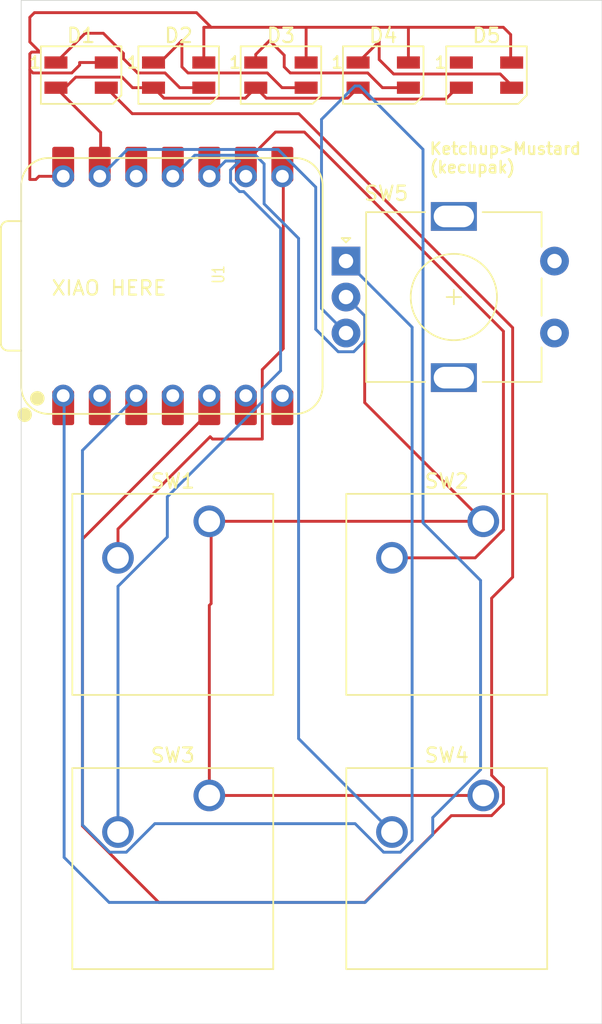
<source format=kicad_pcb>
(kicad_pcb (version 20241229) (generator "pcbnew") (generator_version "9.0")
  (layers (0 "F.Cu" signal) (2 "B.Cu" signal) (13 "F.Paste" user) (15 "B.Paste" user) (5 "F.SilkS" user "F.Silkscreen") (7 "B.SilkS" user "B.Silkscreen") (1 "F.Mask" user) (3 "B.Mask" user) (25 "Edge.Cuts" user))
  (net 0 "")
  (net 1 "Net-(D1-DIN)")
  (net 2 "Net-(D1-DOUT)")
  (net 3 "+5V")
  (net 4 "GND")
  (net 5 "Net-(D2-DOUT)")
  (net 6 "Net-(D3-DOUT)")
  (net 7 "Net-(D4-DOUT)")
  (net 9 "Net-(U1-GPIO1{slash}RX)")
  (net 10 "Net-(U1-GPIO2{slash}SCK)")
  (net 11 "Net-(U1-GPIO4{slash}MISO)")
  (net 12 "Net-(U1-GPIO3{slash}MOSI)")
  (net 13 "Net-(U1-GPIO28{slash}ADC2{slash}A2)")
  (net 14 "Net-(U1-GPIO26{slash}ADC0{slash}A0)")
  (footprint "Button_Switch_Keyboard:SW_Cherry_MX_1.00u_PCB" (layer "F.Cu") (at 145.415 99.695)
    (property "Reference" "SW4" (at -2.54 -2.794 0) (layer "F.SilkS"))
    (property "Value" "SW_Push")
    (fp_line (start -9.525 -1.905) (end 4.445 -1.905) (stroke (width 0.12)) (layer "F.SilkS"))
    (fp_line (start -9.525 12.065) (end -9.525 -1.905) (stroke (width 0.12)) (layer "F.SilkS"))
    (fp_line (start 4.445 -1.905) (end 4.445 12.065) (stroke (width 0.12)) (layer "F.SilkS"))
    (fp_line (start 4.445 12.065) (end -9.525 12.065) (stroke (width 0.12)) (layer "F.SilkS"))
    (pad "" np_thru_hole circle (at -7.62 5.08) (size 1.7 1.7) (drill 1.7) (layers "*.Cu" "*.Mask"))
    (pad "" np_thru_hole circle (at -2.54 5.08) (size 4 4) (drill 4) (layers "*.Cu" "*.Mask"))
    (pad "" np_thru_hole circle (at 2.54 5.08) (size 1.7 1.7) (drill 1.7) (layers "*.Cu" "*.Mask"))
    (pad "1" thru_hole circle (at 0 0) (size 2.2 2.2) (drill 1.5) (layers "*.Cu" "*.Mask") (net 4 "GND"))
    (pad "2" thru_hole circle (at -6.35 2.54) (size 2.2 2.2) (drill 1.5) (layers "*.Cu" "*.Mask") (net 12 "Net-(U1-GPIO3{slash}MOSI)"))
  )
  (footprint "LED_SMD:LED_SK6812MINI_PLCC4_3.5x3.5mm_P1.75mm" (layer "F.Cu") (at 138.458 49.643)
    (property "Reference" "D4" (at 0 -2.75 0) (layer "F.SilkS"))
    (property "Value" "SK6812MINI")
    (fp_line (start -2.8 -2) (end -2.8 2) (stroke (width 0.12)) (layer "F.SilkS"))
    (fp_line (start -2.8 -2) (end 2.8 -2) (stroke (width 0.12)) (layer "F.SilkS"))
    (fp_line (start -2.8 2) (end 2.2 2) (stroke (width 0.12)) (layer "F.SilkS"))
    (fp_line (start 2.8 1.4) (end 2.2 2) (stroke (width 0.12)) (layer "F.SilkS"))
    (fp_line (start 2.8 1.4) (end 2.8 -2) (stroke (width 0.12)) (layer "F.SilkS"))
    (fp_text user "1" (at -3.2 -0.875 0) (layer "F.SilkS") (effects (font (size 0.8 0.8))))
    (pad "1" smd rect (at -1.75 -0.875) (size 1.6 0.85) (layers "F.Cu" "F.Mask" "F.Paste") (net 7 "Net-(D4-DOUT)"))
    (pad "2" smd rect (at -1.75 0.875) (size 1.6 0.85) (layers "F.Cu" "F.Mask" "F.Paste") (net 4 "GND"))
    (pad "3" smd rect (at 1.75 0.875) (size 1.6 0.85) (layers "F.Cu" "F.Mask" "F.Paste") (net 6 "Net-(D3-DOUT)"))
    (pad "4" smd rect (at 1.75 -0.875) (size 1.6 0.85) (layers "F.Cu" "F.Mask" "F.Paste") (net 3 "+5V"))
  )
  (footprint "Button_Switch_Keyboard:SW_Cherry_MX_1.00u_PCB" (layer "F.Cu") (at 126.365 80.645)
    (property "Reference" "SW1" (at -2.54 -2.794 0) (layer "F.SilkS"))
    (property "Value" "SW_Push")
    (fp_line (start -9.525 -1.905) (end 4.445 -1.905) (stroke (width 0.12)) (layer "F.SilkS"))
    (fp_line (start -9.525 12.065) (end -9.525 -1.905) (stroke (width 0.12)) (layer "F.SilkS"))
    (fp_line (start 4.445 -1.905) (end 4.445 12.065) (stroke (width 0.12)) (layer "F.SilkS"))
    (fp_line (start 4.445 12.065) (end -9.525 12.065) (stroke (width 0.12)) (layer "F.SilkS"))
    (pad "" np_thru_hole circle (at -7.62 5.08) (size 1.7 1.7) (drill 1.7) (layers "*.Cu" "*.Mask"))
    (pad "" np_thru_hole circle (at -2.54 5.08) (size 4 4) (drill 4) (layers "*.Cu" "*.Mask"))
    (pad "" np_thru_hole circle (at 2.54 5.08) (size 1.7 1.7) (drill 1.7) (layers "*.Cu" "*.Mask"))
    (pad "1" thru_hole circle (at 0 0) (size 2.2 2.2) (drill 1.5) (layers "*.Cu" "*.Mask") (net 4 "GND"))
    (pad "2" thru_hole circle (at -6.35 2.54) (size 2.2 2.2) (drill 1.5) (layers "*.Cu" "*.Mask") (net 9 "Net-(U1-GPIO1{slash}RX)"))
  )
  (footprint "LED_SMD:LED_SK6812MINI_PLCC4_3.5x3.5mm_P1.75mm" (layer "F.Cu") (at 124.234 49.643)
    (property "Reference" "D2" (at 0 -2.75 0) (layer "F.SilkS"))
    (property "Value" "SK6812MINI")
    (fp_line (start -2.8 -2) (end -2.8 2) (stroke (width 0.12)) (layer "F.SilkS"))
    (fp_line (start -2.8 -2) (end 2.8 -2) (stroke (width 0.12)) (layer "F.SilkS"))
    (fp_line (start -2.8 2) (end 2.2 2) (stroke (width 0.12)) (layer "F.SilkS"))
    (fp_line (start 2.8 1.4) (end 2.2 2) (stroke (width 0.12)) (layer "F.SilkS"))
    (fp_line (start 2.8 1.4) (end 2.8 -2) (stroke (width 0.12)) (layer "F.SilkS"))
    (fp_text user "1" (at -3.2 -0.875 0) (layer "F.SilkS") (effects (font (size 0.8 0.8))))
    (pad "1" smd rect (at -1.75 -0.875) (size 1.6 0.85) (layers "F.Cu" "F.Mask" "F.Paste") (net 5 "Net-(D2-DOUT)"))
    (pad "2" smd rect (at -1.75 0.875) (size 1.6 0.85) (layers "F.Cu" "F.Mask" "F.Paste") (net 4 "GND"))
    (pad "3" smd rect (at 1.75 0.875) (size 1.6 0.85) (layers "F.Cu" "F.Mask" "F.Paste") (net 2 "Net-(D1-DOUT)"))
    (pad "4" smd rect (at 1.75 -0.875) (size 1.6 0.85) (layers "F.Cu" "F.Mask" "F.Paste") (net 3 "+5V"))
  )
  (footprint "LED_SMD:LED_SK6812MINI_PLCC4_3.5x3.5mm_P1.75mm" (layer "F.Cu") (at 117.45 49.643)
    (property "Reference" "D1" (at 0 -2.75 0) (layer "F.SilkS"))
    (property "Value" "SK6812MINI")
    (fp_line (start -2.8 -2) (end -2.8 2) (stroke (width 0.12)) (layer "F.SilkS"))
    (fp_line (start -2.8 -2) (end 2.8 -2) (stroke (width 0.12)) (layer "F.SilkS"))
    (fp_line (start -2.8 2) (end 2.2 2) (stroke (width 0.12)) (layer "F.SilkS"))
    (fp_line (start 2.8 1.4) (end 2.2 2) (stroke (width 0.12)) (layer "F.SilkS"))
    (fp_line (start 2.8 1.4) (end 2.8 -2) (stroke (width 0.12)) (layer "F.SilkS"))
    (fp_text user "1" (at -3.2 -0.875 0) (layer "F.SilkS") (effects (font (size 0.8 0.8))))
    (pad "1" smd rect (at -1.75 -0.875) (size 1.6 0.85) (layers "F.Cu" "F.Mask" "F.Paste") (net 2 "Net-(D1-DOUT)"))
    (pad "2" smd rect (at -1.75 0.875) (size 1.6 0.85) (layers "F.Cu" "F.Mask" "F.Paste") (net 4 "GND"))
    (pad "3" smd rect (at 1.75 0.875) (size 1.6 0.85) (layers "F.Cu" "F.Mask" "F.Paste") (net 1 "Net-(D1-DIN)"))
    (pad "4" smd rect (at 1.75 -0.875) (size 1.6 0.85) (layers "F.Cu" "F.Mask" "F.Paste") (net 3 "+5V"))
  )
  (footprint "Button_Switch_Keyboard:SW_Cherry_MX_1.00u_PCB" (layer "F.Cu") (at 145.415 80.645)
    (property "Reference" "SW2" (at -2.54 -2.794 0) (layer "F.SilkS"))
    (property "Value" "SW_Push")
    (fp_line (start -9.525 -1.905) (end 4.445 -1.905) (stroke (width 0.12)) (layer "F.SilkS"))
    (fp_line (start -9.525 12.065) (end -9.525 -1.905) (stroke (width 0.12)) (layer "F.SilkS"))
    (fp_line (start 4.445 -1.905) (end 4.445 12.065) (stroke (width 0.12)) (layer "F.SilkS"))
    (fp_line (start 4.445 12.065) (end -9.525 12.065) (stroke (width 0.12)) (layer "F.SilkS"))
    (pad "" np_thru_hole circle (at -7.62 5.08) (size 1.7 1.7) (drill 1.7) (layers "*.Cu" "*.Mask"))
    (pad "" np_thru_hole circle (at -2.54 5.08) (size 4 4) (drill 4) (layers "*.Cu" "*.Mask"))
    (pad "" np_thru_hole circle (at 2.54 5.08) (size 1.7 1.7) (drill 1.7) (layers "*.Cu" "*.Mask"))
    (pad "1" thru_hole circle (at 0 0) (size 2.2 2.2) (drill 1.5) (layers "*.Cu" "*.Mask") (net 4 "GND"))
    (pad "2" thru_hole circle (at -6.35 2.54) (size 2.2 2.2) (drill 1.5) (layers "*.Cu" "*.Mask") (net 10 "Net-(U1-GPIO2{slash}SCK)"))
  )
  (footprint "LED_SMD:LED_SK6812MINI_PLCC4_3.5x3.5mm_P1.75mm" (layer "F.Cu") (at 145.64 49.645)
    (property "Reference" "D5" (at 0 -2.75 0) (layer "F.SilkS"))
    (property "Value" "SK6812MINI")
    (fp_line (start -2.8 -2) (end -2.8 2) (stroke (width 0.12)) (layer "F.SilkS"))
    (fp_line (start -2.8 -2) (end 2.8 -2) (stroke (width 0.12)) (layer "F.SilkS"))
    (fp_line (start -2.8 2) (end 2.2 2) (stroke (width 0.12)) (layer "F.SilkS"))
    (fp_line (start 2.8 1.4) (end 2.2 2) (stroke (width 0.12)) (layer "F.SilkS"))
    (fp_line (start 2.8 1.4) (end 2.8 -2) (stroke (width 0.12)) (layer "F.SilkS"))
    (fp_text user "1" (at -3.2 -0.875 0) (layer "F.SilkS") (effects (font (size 0.8 0.8))))
    (pad "1" smd rect (at -1.75 -0.875) (size 1.6 0.85) (layers "F.Cu" "F.Mask" "F.Paste"))
    (pad "2" smd rect (at -1.75 0.875) (size 1.6 0.85) (layers "F.Cu" "F.Mask" "F.Paste") (net 4 "GND"))
    (pad "3" smd rect (at 1.75 0.875) (size 1.6 0.85) (layers "F.Cu" "F.Mask" "F.Paste") (net 7 "Net-(D4-DOUT)"))
    (pad "4" smd rect (at 1.75 -0.875) (size 1.6 0.85) (layers "F.Cu" "F.Mask" "F.Paste") (net 3 "+5V"))
  )
  (footprint "Button_Switch_Keyboard:SW_Cherry_MX_1.00u_PCB" (layer "F.Cu") (at 126.365 99.695)
    (property "Reference" "SW3" (at -2.54 -2.794 0) (layer "F.SilkS"))
    (property "Value" "SW_Push")
    (fp_line (start -9.525 -1.905) (end 4.445 -1.905) (stroke (width 0.12)) (layer "F.SilkS"))
    (fp_line (start -9.525 12.065) (end -9.525 -1.905) (stroke (width 0.12)) (layer "F.SilkS"))
    (fp_line (start 4.445 -1.905) (end 4.445 12.065) (stroke (width 0.12)) (layer "F.SilkS"))
    (fp_line (start 4.445 12.065) (end -9.525 12.065) (stroke (width 0.12)) (layer "F.SilkS"))
    (pad "" np_thru_hole circle (at -7.62 5.08) (size 1.7 1.7) (drill 1.7) (layers "*.Cu" "*.Mask"))
    (pad "" np_thru_hole circle (at -2.54 5.08) (size 4 4) (drill 4) (layers "*.Cu" "*.Mask"))
    (pad "" np_thru_hole circle (at 2.54 5.08) (size 1.7 1.7) (drill 1.7) (layers "*.Cu" "*.Mask"))
    (pad "1" thru_hole circle (at 0 0) (size 2.2 2.2) (drill 1.5) (layers "*.Cu" "*.Mask") (net 4 "GND"))
    (pad "2" thru_hole circle (at -6.35 2.54) (size 2.2 2.2) (drill 1.5) (layers "*.Cu" "*.Mask") (net 11 "Net-(U1-GPIO4{slash}MISO)"))
  )
  (footprint "OPL:RotaryEncoder_Alps_EC11E-Switch_Vertical_H20mm" (layer "F.Cu") (at 135.868 62.564)
    (property "Reference" "SW5" (at 2.8 -4.7 0) (layer "F.SilkS"))
    (property "Value" "RotaryEncoder")
    (fp_line (start -0.3 -1.6) (end 0.3 -1.6) (stroke (width 0.12)) (layer "F.SilkS"))
    (fp_line (start 0 -1.3) (end -0.3 -1.6) (stroke (width 0.12)) (layer "F.SilkS"))
    (fp_line (start 0.3 -1.6) (end 0 -1.3) (stroke (width 0.12)) (layer "F.SilkS"))
    (fp_line (start 1.4 -3.4) (end 1.4 8.4) (stroke (width 0.12)) (layer "F.SilkS"))
    (fp_line (start 5.5 -3.4) (end 1.4 -3.4) (stroke (width 0.12)) (layer "F.SilkS"))
    (fp_line (start 5.5 8.4) (end 1.4 8.4) (stroke (width 0.12)) (layer "F.SilkS"))
    (fp_line (start 7 2.5) (end 8 2.5) (stroke (width 0.12)) (layer "F.SilkS"))
    (fp_line (start 7.5 2) (end 7.5 3) (stroke (width 0.12)) (layer "F.SilkS"))
    (fp_line (start 9.5 -3.4) (end 13.6 -3.4) (stroke (width 0.12)) (layer "F.SilkS"))
    (fp_line (start 13.6 -3.4) (end 13.6 -1) (stroke (width 0.12)) (layer "F.SilkS"))
    (fp_line (start 13.6 1.2) (end 13.6 3.8) (stroke (width 0.12)) (layer "F.SilkS"))
    (fp_line (start 13.6 6) (end 13.6 8.4) (stroke (width 0.12)) (layer "F.SilkS"))
    (fp_line (start 13.6 8.4) (end 9.5 8.4) (stroke (width 0.12)) (layer "F.SilkS"))
    (fp_circle (center 7.5 2.5) (end 10.5 2.5) (stroke (width 0.12)) (fill no) (layer "F.SilkS"))
    (pad "A" thru_hole rect (at 0 0) (size 2 2) (drill 1) (layers "*.Cu" "*.Mask") (net 13 "Net-(U1-GPIO28{slash}ADC2{slash}A2)"))
    (pad "B" thru_hole circle (at 0 5) (size 2 2) (drill 1) (layers "*.Cu" "*.Mask") (net 14 "Net-(U1-GPIO26{slash}ADC0{slash}A0)"))
    (pad "C" thru_hole circle (at 0 2.5) (size 2 2) (drill 1) (layers "*.Cu" "*.Mask") (net 4 "GND"))
    (pad "MP" thru_hole rect (at 7.5 -3.1) (size 3.2 2) (drill oval 2.8 1.5) (layers "*.Cu" "*.Mask"))
    (pad "MP" thru_hole rect (at 7.5 8.1) (size 3.2 2) (drill oval 2.8 1.5) (layers "*.Cu" "*.Mask"))
    (pad "S1" thru_hole circle (at 14.5 5) (size 2 2) (drill 1) (layers "*.Cu" "*.Mask"))
    (pad "S2" thru_hole circle (at 14.5 0) (size 2 2) (drill 1) (layers "*.Cu" "*.Mask"))
  )
  (footprint "OPL:XIAO-RP2040-DIP" (layer "F.Cu") (at 123.825 64.29375 90)
    (property "Reference" "U1" (at 0.79375 3.175 90) (layer "F.SilkS") (effects (font (size 0.8 0.635) (thickness 0.1016))))
    (property "Value" "XIAO-RP2040-DIP")
    (fp_line (start -3.991272 -11.951) (end 4.004 -11.951) (stroke (width 0.127)) (layer "F.SilkS"))
    (fp_line (start 4.504 -11.451) (end 4.504 -10.541) (stroke (width 0.127)) (layer "F.SilkS"))
    (fp_line (start 6.985 -10.541) (end -6.985 -10.541) (stroke (width 0.1)) (layer "F.SilkS"))
    (fp_line (start 6.985 -10.541) (end -6.985 -10.541) (stroke (width 0.127)) (layer "F.SilkS"))
    (fp_line (start -4.495 -10.541) (end -4.491272 -11.451272) (stroke (width 0.127)) (layer "F.SilkS"))
    (fp_line (start 8.89 8.509) (end 8.89 -8.636) (stroke (width 0.127)) (layer "F.SilkS"))
    (fp_line (start -8.89 8.509) (end -8.89 -8.636) (stroke (width 0.127)) (layer "F.SilkS"))
    (fp_line (start -6.985 10.414) (end 6.985 10.414) (stroke (width 0.127)) (layer "F.SilkS"))
    (fp_arc (start 4.004 -11.951) (mid 4.357553 -11.804553) (end 4.504 -11.451) (stroke (width 0.127)) (layer "F.SilkS"))
    (fp_arc (start -4.491272 -11.451272) (mid -4.344728 -11.80464) (end -3.991272 -11.951) (stroke (width 0.127)) (layer "F.SilkS"))
    (fp_arc (start 6.985 -10.541) (mid 8.332038 -9.983038) (end 8.89 -8.636) (stroke (width 0.127)) (layer "F.SilkS"))
    (fp_arc (start -8.89 -8.636) (mid -8.332038 -9.983038) (end -6.985 -10.541) (stroke (width 0.127)) (layer "F.SilkS"))
    (fp_arc (start 8.89 8.509) (mid 8.332038 9.856038) (end 6.985 10.414) (stroke (width 0.127)) (layer "F.SilkS"))
    (fp_arc (start -6.985 10.414) (mid -8.332038 9.856038) (end -8.89 8.509) (stroke (width 0.127)) (layer "F.SilkS"))
    (fp_circle (center -8.95 -10.3) (end -8.95 -10.554) (stroke (width 0.5)) (fill yes) (layer "F.SilkS"))
    (fp_circle (center -7.807 -9.42) (end -7.807 -9.674) (stroke (width 0.5)) (fill yes) (layer "F.SilkS"))
    (pad "1" smd roundrect (at -8.455 -7.62 270) (size 2.432 1.524) (layers "F.Cu" "F.Mask") (roundrect_rratio 0.1) (net 14 "Net-(U1-GPIO26{slash}ADC0{slash}A0)"))
    (pad "1" thru_hole circle (at -7.62 -7.62 270) (size 1.524 1.524) (drill 0.889) (layers "*.Cu" "*.Mask") (net 14 "Net-(U1-GPIO26{slash}ADC0{slash}A0)"))
    (pad "2" smd roundrect (at -8.455 -5.08 270) (size 2.432 1.524) (layers "F.Cu" "F.Mask") (roundrect_rratio 0.1))
    (pad "2" thru_hole circle (at -7.62 -5.08 270) (size 1.524 1.524) (drill 0.889) (layers "*.Cu" "*.Mask"))
    (pad "3" smd roundrect (at -8.455 -2.54 270) (size 2.432 1.524) (layers "F.Cu" "F.Mask") (roundrect_rratio 0.1) (net 13 "Net-(U1-GPIO28{slash}ADC2{slash}A2)"))
    (pad "3" thru_hole circle (at -7.62 -2.54 270) (size 1.524 1.524) (drill 0.889) (layers "*.Cu" "*.Mask") (net 13 "Net-(U1-GPIO28{slash}ADC2{slash}A2)"))
    (pad "4" smd roundrect (at -8.455 0 270) (size 2.432 1.524) (layers "F.Cu" "F.Mask") (roundrect_rratio 0.1))
    (pad "4" thru_hole circle (at -7.62 0 270) (size 1.524 1.524) (drill 0.889) (layers "*.Cu" "*.Mask"))
    (pad "5" smd roundrect (at -8.455 2.54 270) (size 2.432 1.524) (layers "F.Cu" "F.Mask") (roundrect_rratio 0.1) (net 1 "Net-(D1-DIN)"))
    (pad "5" thru_hole circle (at -7.62 2.54 270) (size 1.524 1.524) (drill 0.889) (layers "*.Cu" "*.Mask") (net 1 "Net-(D1-DIN)"))
    (pad "6" smd roundrect (at -8.455 5.08 270) (size 2.432 1.524) (layers "F.Cu" "F.Mask") (roundrect_rratio 0.1))
    (pad "6" thru_hole circle (at -7.62 5.08 270) (size 1.524 1.524) (drill 0.889) (layers "*.Cu" "*.Mask"))
    (pad "7" smd roundrect (at -8.455 7.62 270) (size 2.432 1.524) (layers "F.Cu" "F.Mask") (roundrect_rratio 0.1))
    (pad "7" thru_hole circle (at -7.62 7.62 270) (size 1.524 1.524) (drill 0.889) (layers "*.Cu" "*.Mask"))
    (pad "8" thru_hole circle (at 7.62 7.62 90) (size 1.524 1.524) (drill 0.889) (layers "*.Cu" "*.Mask") (net 9 "Net-(U1-GPIO1{slash}RX)"))
    (pad "8" smd roundrect (at 8.455 7.62 90) (size 2.432 1.524) (layers "F.Cu" "F.Mask") (roundrect_rratio 0.1) (net 9 "Net-(U1-GPIO1{slash}RX)"))
    (pad "9" thru_hole circle (at 7.62 5.08 90) (size 1.524 1.524) (drill 0.889) (layers "*.Cu" "*.Mask") (net 10 "Net-(U1-GPIO2{slash}SCK)"))
    (pad "9" smd roundrect (at 8.455 5.08 90) (size 2.432 1.524) (layers "F.Cu" "F.Mask") (roundrect_rratio 0.1) (net 10 "Net-(U1-GPIO2{slash}SCK)"))
    (pad "10" thru_hole circle (at 7.62 2.54 90) (size 1.524 1.524) (drill 0.889) (layers "*.Cu" "*.Mask") (net 11 "Net-(U1-GPIO4{slash}MISO)"))
    (pad "10" smd roundrect (at 8.455 2.54 90) (size 2.432 1.524) (layers "F.Cu" "F.Mask") (roundrect_rratio 0.1) (net 11 "Net-(U1-GPIO4{slash}MISO)"))
    (pad "11" thru_hole circle (at 7.62 0 90) (size 1.524 1.524) (drill 0.889) (layers "*.Cu" "*.Mask") (net 12 "Net-(U1-GPIO3{slash}MOSI)"))
    (pad "11" smd roundrect (at 8.455 0 90) (size 2.432 1.524) (layers "F.Cu" "F.Mask") (roundrect_rratio 0.1) (net 12 "Net-(U1-GPIO3{slash}MOSI)"))
    (pad "12" thru_hole circle (at 7.62 -2.54 90) (size 1.524 1.524) (drill 0.889) (layers "*.Cu" "*.Mask"))
    (pad "12" smd roundrect (at 8.455 -2.54 90) (size 2.432 1.524) (layers "F.Cu" "F.Mask") (roundrect_rratio 0.1))
    (pad "13" thru_hole circle (at 7.62 -5.08 90) (size 1.524 1.524) (drill 0.889) (layers "*.Cu" "*.Mask") (net 4 "GND"))
    (pad "13" smd roundrect (at 8.455 -5.08 90) (size 2.432 1.524) (layers "F.Cu" "F.Mask") (roundrect_rratio 0.1) (net 4 "GND"))
    (pad "14" thru_hole circle (at 7.62 -7.62 90) (size 1.524 1.524) (drill 0.889) (layers "*.Cu" "*.Mask") (net 3 "+5V"))
    (pad "14" smd roundrect (at 8.455 -7.62 90) (size 2.432 1.524) (layers "F.Cu" "F.Mask") (roundrect_rratio 0.1) (net 3 "+5V"))
  )
  (footprint "LED_SMD:LED_SK6812MINI_PLCC4_3.5x3.5mm_P1.75mm" (layer "F.Cu") (at 131.346 49.643)
    (property "Reference" "D3" (at 0 -2.75 0) (layer "F.SilkS"))
    (property "Value" "SK6812MINI")
    (fp_line (start -2.8 -2) (end -2.8 2) (stroke (width 0.12)) (layer "F.SilkS"))
    (fp_line (start -2.8 -2) (end 2.8 -2) (stroke (width 0.12)) (layer "F.SilkS"))
    (fp_line (start -2.8 2) (end 2.2 2) (stroke (width 0.12)) (layer "F.SilkS"))
    (fp_line (start 2.8 1.4) (end 2.2 2) (stroke (width 0.12)) (layer "F.SilkS"))
    (fp_line (start 2.8 1.4) (end 2.8 -2) (stroke (width 0.12)) (layer "F.SilkS"))
    (fp_text user "1" (at -3.2 -0.875 0) (layer "F.SilkS") (effects (font (size 0.8 0.8))))
    (pad "1" smd rect (at -1.75 -0.875) (size 1.6 0.85) (layers "F.Cu" "F.Mask" "F.Paste") (net 6 "Net-(D3-DOUT)"))
    (pad "2" smd rect (at -1.75 0.875) (size 1.6 0.85) (layers "F.Cu" "F.Mask" "F.Paste") (net 4 "GND"))
    (pad "3" smd rect (at 1.75 0.875) (size 1.6 0.85) (layers "F.Cu" "F.Mask" "F.Paste") (net 5 "Net-(D2-DOUT)"))
    (pad "4" smd rect (at 1.75 -0.875) (size 1.6 0.85) (layers "F.Cu" "F.Mask" "F.Paste") (net 3 "+5V"))
  )
  (gr_rect (start 113.284 44.45) (end 153.67 115.57) (stroke (width 0.05)) (fill no) (layer "Edge.Cuts"))
  (gr_text "XIAO HERE" (at 115.316 65.024 0) (layer "F.SilkS") (effects (font (size 1 1)) (justify left bottom)))
  (gr_text "Ketchup>Mustard\n(kecupak)" (at 141.605 56.515 0) (layer "F.SilkS") (effects (font (size 0.8 0.8) (thickness 0.16) (bold yes)) (justify left bottom)))
  (segment (start 126.4285 72.992374) (end 126.4285 71.914744) (width 0.2) (layer "F.Cu") (net 1))
  (segment (start 146.816 99.114686) (end 146.816 100.275314) (width 0.2) (layer "F.Cu") (net 1))
  (segment (start 126.365 73.055874) (end 117.544 81.876874) (width 0.2) (layer "F.Cu") (net 1))
  (segment (start 132.588 52.324) (end 147.45753 67.19353) (width 0.2) (layer "F.Cu") (net 1))
  (segment (start 145.995314 98.294) (end 146.816 99.114686) (width 0.2) (layer "F.Cu") (net 1))
  (segment (start 145.995314 101.096) (end 143.193314 101.096) (width 0.2) (layer "F.Cu") (net 1))
  (segment (start 147.45753 84.524) (end 145.995314 85.986216) (width 0.2) (layer "F.Cu") (net 1))
  (segment (start 126.365 71.91375) (end 126.365 73.055874) (width 0.2) (layer "F.Cu") (net 1))
  (segment (start 146.816 100.275314) (end 145.995314 101.096) (width 0.2) (layer "F.Cu") (net 1))
  (segment (start 147.45753 67.19353) (end 147.45753 84.524) (width 0.2) (layer "F.Cu") (net 1))
  (segment (start 119.2 50.518) (end 121.006 52.324) (width 0.2) (layer "F.Cu") (net 1))
  (segment (start 117.544 101.818816) (end 117.544 81.876874) (width 0.2) (layer "F.Cu") (net 1))
  (segment (start 121.006 52.324) (end 132.588 52.324) (width 0.2) (layer "F.Cu") (net 1))
  (segment (start 143.193314 101.096) (end 137.163314 107.126) (width 0.2) (layer "F.Cu") (net 1))
  (segment (start 122.851184 107.126) (end 117.544 101.818816) (width 0.2) (layer "F.Cu") (net 1))
  (segment (start 137.163314 107.126) (end 122.851184 107.126) (width 0.2) (layer "F.Cu") (net 1))
  (segment (start 145.995314 85.986216) (end 145.995314 98.294) (width 0.2) (layer "F.Cu") (net 1))
  (segment (start 118.995 46.736) (end 120.396 48.137) (width 0.2) (layer "F.Cu") (net 2))
  (segment (start 120.396 48.137) (end 120.396 48.507) (width 0.2) (layer "F.Cu") (net 2))
  (segment (start 124.311 50.518) (end 123.287 49.494) (width 0.2) (layer "F.Cu") (net 2))
  (segment (start 117.732 46.736) (end 118.995 46.736) (width 0.2) (layer "F.Cu") (net 2))
  (segment (start 115.824 48.768) (end 115.7 48.768) (width 0.2) (layer "F.Cu") (net 2))
  (segment (start 117.732 46.736) (end 115.7 48.768) (width 0.2) (layer "F.Cu") (net 2))
  (segment (start 125.984 50.518) (end 124.311 50.518) (width 0.2) (layer "F.Cu") (net 2))
  (segment (start 121.383 49.494) (end 120.396 48.507) (width 0.2) (layer "F.Cu") (net 2))
  (segment (start 123.287 49.494) (end 121.383 49.494) (width 0.2) (layer "F.Cu") (net 2))
  (segment (start 114.3 56.896) (end 114.521256 56.674744) (width 0.2) (layer "F.Cu") (net 3))
  (segment (start 114.01 48.042) (end 113.885 48.167) (width 0.2) (layer "F.Cu") (net 3))
  (segment (start 146.812 46.321) (end 140.208 46.321) (width 0.2) (layer "F.Cu") (net 3))
  (segment (start 116.801 49.494) (end 117.348 48.947) (width 0.2) (layer "F.Cu") (net 3))
  (segment (start 125.984 46.321) (end 125.984 48.768) (width 0.2) (layer "F.Cu") (net 3))
  (segment (start 117.348 48.768) (end 119.2 48.768) (width 0.2) (layer "F.Cu") (net 3))
  (segment (start 114.103 49.494) (end 116.801 49.494) (width 0.2) (layer "F.Cu") (net 3))
  (segment (start 113.885 56.896) (end 114.3 56.896) (width 0.2) (layer "F.Cu") (net 3))
  (segment (start 117.348 48.947) (end 117.348 48.768) (width 0.2) (layer "F.Cu") (net 3))
  (segment (start 126.492 46.321) (end 125.476 45.305) (width 0.2) (layer "F.Cu") (net 3))
  (segment (start 113.885 47.34) (end 114.599 48.054) (width 0.2) (layer "F.Cu") (net 3))
  (segment (start 113.885 49.276) (end 113.885 56.896) (width 0.2) (layer "F.Cu") (net 3))
  (segment (start 140.208 46.321) (end 140.208 48.768) (width 0.2) (layer "F.Cu") (net 3))
  (segment (start 140.208 46.321) (end 133.096 46.321) (width 0.2) (layer "F.Cu") (net 3))
  (segment (start 113.885 48.167) (end 113.885 49.276) (width 0.2) (layer "F.Cu") (net 3))
  (segment (start 147.32 46.829) (end 146.812 46.321) (width 0.2) (layer "F.Cu") (net 3))
  (segment (start 133.096 46.321) (end 126.492 46.321) (width 0.2) (layer "F.Cu") (net 3))
  (segment (start 114.521256 56.674744) (end 116.2685 56.674744) (width 0.2) (layer "F.Cu") (net 3))
  (segment (start 113.885 49.276) (end 114.103 49.494) (width 0.2) (layer "F.Cu") (net 3))
  (segment (start 125.476 45.305) (end 114.207 45.305) (width 0.2) (layer "F.Cu") (net 3))
  (segment (start 147.32 48.542) (end 147.32 46.829) (width 0.2) (layer "F.Cu") (net 3))
  (segment (start 114.599 48.054) (end 114.611 48.042) (width 0.2) (layer "F.Cu") (net 3))
  (segment (start 114.611 48.042) (end 114.01 48.042) (width 0.2) (layer "F.Cu") (net 3))
  (segment (start 114.207 45.305) (end 113.885 45.627) (width 0.2) (layer "F.Cu") (net 3))
  (segment (start 133.096 46.321) (end 133.096 48.768) (width 0.2) (layer "F.Cu") (net 3))
  (segment (start 113.885 45.627) (end 113.885 47.34) (width 0.2) (layer "F.Cu") (net 3))
  (segment (start 126.492 46.321) (end 125.984 46.321) (width 0.2) (layer "F.Cu") (net 3))
  (segment (start 135.982 51.244) (end 130.322 51.244) (width 0.2) (layer "F.Cu") (net 4))
  (segment (start 128.87 51.244) (end 123.21 51.244) (width 0.2) (layer "F.Cu") (net 4))
  (segment (start 116.3441 50.518) (end 115.7 50.518) (width 0.2) (layer "F.Cu") (net 4))
  (segment (start 126.492 80.772) (end 126.492 86.36) (width 0.2) (layer "F.Cu") (net 4))
  (segment (start 121.027 50.518) (end 120.293 49.784) (width 0.2) (layer "F.Cu") (net 4))
  (segment (start 142.804 51.308) (end 137.498 51.308) (width 0.2) (layer "F.Cu") (net 4))
  (segment (start 117.0781 49.784) (end 116.3441 50.518) (width 0.2) (layer "F.Cu") (net 4))
  (segment (start 129.596 50.518) (end 128.87 51.244) (width 0.2) (layer "F.Cu") (net 4))
  (segment (start 120.293 49.784) (end 117.0781 49.784) (width 0.2) (layer "F.Cu") (net 4))
  (segment (start 137.498 51.308) (end 136.708 50.518) (width 0.2) (layer "F.Cu") (net 4))
  (segment (start 118.8085 53.6265) (end 118.8085 56.674744) (width 0.2) (layer "F.Cu") (net 4))
  (segment (start 126.365 86.487) (end 126.365 99.695) (width 0.2) (layer "F.Cu") (net 4))
  (segment (start 126.492 86.36) (end 126.365 86.487) (width 0.2) (layer "F.Cu") (net 4))
  (segment (start 145.415 80.645) (end 137.169 72.399) (width 0.2) (layer "F.Cu") (net 4))
  (segment (start 137.169 66.365) (end 135.868 65.064) (width 0.2) (layer "F.Cu") (net 4))
  (segment (start 122.484 50.518) (end 121.027 50.518) (width 0.2) (layer "F.Cu") (net 4))
  (segment (start 136.708 50.518) (end 135.982 51.244) (width 0.2) (layer "F.Cu") (net 4))
  (segment (start 143.82 50.292) (end 142.804 51.308) (width 0.2) (layer "F.Cu") (net 4))
  (segment (start 126.365 80.645) (end 126.492 80.772) (width 0.2) (layer "F.Cu") (net 4))
  (segment (start 126.365 99.695) (end 145.415 99.695) (width 0.2) (layer "F.Cu") (net 4))
  (segment (start 115.7 50.518) (end 118.8085 53.6265) (width 0.2) (layer "F.Cu") (net 4))
  (segment (start 145.415 80.645) (end 126.365 80.645) (width 0.2) (layer "F.Cu") (net 4))
  (segment (start 123.21 51.244) (end 122.484 50.518) (width 0.2) (layer "F.Cu") (net 4))
  (segment (start 137.169 72.399) (end 137.169 66.365) (width 0.2) (layer "F.Cu") (net 4))
  (segment (start 130.322 51.244) (end 129.596 50.518) (width 0.2) (layer "F.Cu") (net 4))
  (segment (start 135.329108 68.865) (end 136.406892 68.865) (width 0.2) (layer "B.Cu") (net 4))
  (segment (start 131.14681 54.809744) (end 133.765 57.427934) (width 0.2) (layer "B.Cu") (net 4))
  (segment (start 133.765 57.427934) (end 133.765 67.300892) (width 0.2) (layer "B.Cu") (net 4))
  (segment (start 118.8085 56.674744) (end 120.6735 54.809744) (width 0.2) (layer "B.Cu") (net 4))
  (segment (start 137.169 68.102892) (end 137.169 66.365) (width 0.2) (layer "B.Cu") (net 4))
  (segment (start 133.765 67.300892) (end 135.329108 68.865) (width 0.2) (layer "B.Cu") (net 4))
  (segment (start 137.169 66.365) (end 135.868 65.064) (width 0.2) (layer "B.Cu") (net 4))
  (segment (start 120.6735 54.809744) (end 131.14681 54.809744) (width 0.2) (layer "B.Cu") (net 4))
  (segment (start 136.406892 68.865) (end 137.169 68.102892) (width 0.2) (layer "B.Cu") (net 4))
  (segment (start 131.423 50.518) (end 130.399 49.494) (width 0.2) (layer "F.Cu") (net 5))
  (segment (start 124.883 49.494) (end 124.46 49.071) (width 0.2) (layer "F.Cu") (net 5))
  (segment (start 133.096 50.518) (end 131.423 50.518) (width 0.2) (layer "F.Cu") (net 5))
  (segment (start 124.46 49.071) (end 124.46 47.244) (width 0.2) (layer "F.Cu") (net 5))
  (segment (start 122.936 48.768) (end 122.484 48.768) (width 0.2) (layer "F.Cu") (net 5))
  (segment (start 124.46 47.244) (end 122.936 48.768) (width 0.2) (layer "F.Cu") (net 5))
  (segment (start 130.399 49.494) (end 124.883 49.494) (width 0.2) (layer "F.Cu") (net 5))
  (segment (start 138.402 50.518) (end 137.378 49.494) (width 0.2) (layer "F.Cu") (net 6))
  (segment (start 137.378 49.494) (end 131.995 49.494) (width 0.2) (layer "F.Cu") (net 6))
  (segment (start 130.556 47.244) (end 129.596 48.204) (width 0.2) (layer "F.Cu") (net 6))
  (segment (start 140.208 50.518) (end 138.402 50.518) (width 0.2) (layer "F.Cu") (net 6))
  (segment (start 131.995 49.494) (end 131.572 49.071) (width 0.2) (layer "F.Cu") (net 6))
  (segment (start 131.572 49.071) (end 131.572 48.26) (width 0.2) (layer "F.Cu") (net 6))
  (segment (start 129.596 48.204) (end 129.596 48.768) (width 0.2) (layer "F.Cu") (net 6))
  (segment (start 131.572 48.26) (end 130.556 47.244) (width 0.2) (layer "F.Cu") (net 6))
  (segment (start 138.176 48.563) (end 138.176 47.3) (width 0.2) (layer "F.Cu") (net 7))
  (segment (start 147.32 50.292) (end 146.594 49.566) (width 0.2) (layer "F.Cu") (net 7))
  (segment (start 138.176 47.3) (end 136.708 48.768) (width 0.2) (layer "F.Cu") (net 7))
  (segment (start 139.179 49.566) (end 138.176 48.563) (width 0.2) (layer "F.Cu") (net 7))
  (segment (start 146.594 49.566) (end 139.179 49.566) (width 0.2) (layer "F.Cu") (net 7))
  (segment (start 120.015 81.177141) (end 126.423314 74.768828) (width 0.2) (layer "F.Cu") (net 9))
  (segment (start 126.584486 74.93) (end 130.048 74.93) (width 0.2) (layer "F.Cu") (net 9))
  (segment (start 131.5085 68.6435) (end 131.5085 56.674744) (width 0.2) (layer "F.Cu") (net 9))
  (segment (start 120.015 83.185) (end 120.015 81.177141) (width 0.2) (layer "F.Cu") (net 9))
  (segment (start 130.048 74.93) (end 130.048 70.104) (width 0.2) (layer "F.Cu") (net 9))
  (segment (start 130.048 70.104) (end 131.5085 68.6435) (width 0.2) (layer "F.Cu") (net 9))
  (segment (start 126.423314 74.768828) (end 126.584486 74.93) (width 0.2) (layer "F.Cu") (net 9))
  (segment (start 132.97448 53.59948) (end 130.966134 53.59948) (width 0.2) (layer "F.Cu") (net 10))
  (segment (start 139.065 83.185) (end 144.856314 83.185) (width 0.2) (layer "F.Cu") (net 10))
  (segment (start 146.816 81.225314) (end 146.816 67.441) (width 0.2) (layer "F.Cu") (net 10))
  (segment (start 139.065 83.185) (end 139.065 83.693) (width 0.2) (layer "F.Cu") (net 10))
  (segment (start 139.065 83.693) (end 139.192 83.82) (width 0.2) (layer "F.Cu") (net 10))
  (segment (start 130.966134 53.59948) (end 128.9685 55.597114) (width 0.2) (layer "F.Cu") (net 10))
  (segment (start 144.856314 83.185) (end 146.816 81.225314) (width 0.2) (layer "F.Cu") (net 10))
  (segment (start 128.9685 55.597114) (end 128.9685 56.674744) (width 0.2) (layer "F.Cu") (net 10))
  (segment (start 146.816 67.441) (end 132.97448 53.59948) (width 0.2) (layer "F.Cu") (net 10))
  (segment (start 128.46469 57.73675) (end 127.842 57.11406) (width 0.2) (layer "B.Cu") (net 11))
  (segment (start 130.0315 71.474434) (end 131.3195 70.186434) (width 0.2) (layer "B.Cu") (net 11))
  (segment (start 120.015 102.235) (end 120.015 85.166314) (width 0.2) (layer "B.Cu") (net 11))
  (segment (start 128.756254 57.73675) (end 128.46469 57.73675) (width 0.2) (layer "B.Cu") (net 11))
  (segment (start 131.3195 70.186434) (end 131.3195 60.299997) (width 0.2) (layer "B.Cu") (net 11))
  (segment (start 123.444 81.737314) (end 123.444 78.942554) (width 0.2) (layer "B.Cu") (net 11))
  (segment (start 127.4915 55.611744) (end 126.4285 56.674744) (width 0.2) (layer "B.Cu") (net 11))
  (segment (start 131.3195 60.299997) (end 128.756254 57.73675) (width 0.2) (layer "B.Cu") (net 11))
  (segment (start 120.015 85.166314) (end 123.444 81.737314) (width 0.2) (layer "B.Cu") (net 11))
  (segment (start 127.842 57.11406) (end 127.842 56.23344) (width 0.2) (layer "B.Cu") (net 11))
  (segment (start 130.0315 72.355054) (end 130.0315 71.474434) (width 0.2) (layer "B.Cu") (net 11))
  (segment (start 127.842 56.23344) (end 128.463696 55.611744) (width 0.2) (layer "B.Cu") (net 11))
  (segment (start 123.444 78.942554) (end 130.0315 72.355054) (width 0.2) (layer "B.Cu") (net 11))
  (segment (start 128.463696 55.611744) (end 127.4915 55.611744) (width 0.2) (layer "B.Cu") (net 11))
  (segment (start 125.3525 55.210744) (end 123.8885 56.674744) (width 0.2) (layer "B.Cu") (net 12))
  (segment (start 130.175 58.588397) (end 130.175 55.810834) (width 0.2) (layer "B.Cu") (net 12))
  (segment (start 129.57491 55.210744) (end 125.3525 55.210744) (width 0.2) (layer "B.Cu") (net 12))
  (segment (start 132.5715 60.984897) (end 130.175 58.588397) (width 0.2) (layer "B.Cu") (net 12))
  (segment (start 132.5715 95.7415) (end 132.5715 60.984897) (width 0.2) (layer "B.Cu") (net 12))
  (segment (start 139.065 102.235) (end 132.5715 95.7415) (width 0.2) (layer "B.Cu") (net 12))
  (segment (start 130.175 55.810834) (end 129.57491 55.210744) (width 0.2) (layer "B.Cu") (net 12))
  (segment (start 140.466 67.162) (end 140.466 102.815314) (width 0.2) (layer "B.Cu") (net 13))
  (segment (start 117.544 101.745314) (end 117.544 75.719244) (width 0.2) (layer "B.Cu") (net 13))
  (segment (start 122.576628 101.654686) (end 120.595314 103.636) (width 0.2) (layer "B.Cu") (net 13))
  (segment (start 119.434686 103.636) (end 117.544 101.745314) (width 0.2) (layer "B.Cu") (net 13))
  (segment (start 138.484686 103.636) (end 136.503372 101.654686) (width 0.2) (layer "B.Cu") (net 13))
  (segment (start 120.595314 103.636) (end 119.434686 103.636) (width 0.2) (layer "B.Cu") (net 13))
  (segment (start 139.645314 103.636) (end 138.484686 103.636) (width 0.2) (layer "B.Cu") (net 13))
  (segment (start 135.868 62.564) (end 140.466 67.162) (width 0.2) (layer "B.Cu") (net 13))
  (segment (start 136.503372 101.654686) (end 122.576628 101.654686) (width 0.2) (layer "B.Cu") (net 13))
  (segment (start 117.544 75.719244) (end 121.3485 71.914744) (width 0.2) (layer "B.Cu") (net 13))
  (segment (start 140.466 102.815314) (end 139.645314 103.636) (width 0.2) (layer "B.Cu") (net 13))
  (segment (start 116.2685 103.99697) (end 116.2685 71.914744) (width 0.2) (layer "B.Cu") (net 14))
  (segment (start 135.868 67.564) (end 134.166 65.862) (width 0.2) (layer "B.Cu") (net 14))
  (segment (start 145.226 84.751184) (end 145.226 97.902686) (width 0.2) (layer "B.Cu") (net 14))
  (segment (start 141.224 54.8049) (end 141.224 80.749184) (width 0.2) (layer "B.Cu") (net 14))
  (segment (start 141.224 80.749184) (end 145.226 84.751184) (width 0.2) (layer "B.Cu") (net 14))
  (segment (start 134.166 52.7189) (end 136.4859 50.399) (width 0.2) (layer "B.Cu") (net 14))
  (segment (start 141.901184 101.227502) (end 141.901184 102.424) (width 0.2) (layer "B.Cu") (net 14))
  (segment (start 136.4859 50.399) (end 136.8181 50.399) (width 0.2) (layer "B.Cu") (net 14))
  (segment (start 134.166 65.862) (end 134.166 52.7189) (width 0.2) (layer "B.Cu") (net 14))
  (segment (start 141.901184 102.424) (end 137.199184 107.126) (width 0.2) (layer "B.Cu") (net 14))
  (segment (start 145.226 97.902686) (end 141.901184 101.227502) (width 0.2) (layer "B.Cu") (net 14))
  (segment (start 136.8181 50.399) (end 141.224 54.8049) (width 0.2) (layer "B.Cu") (net 14))
  (segment (start 137.199184 107.126) (end 119.39753 107.126) (width 0.2) (layer "B.Cu") (net 14))
  (segment (start 119.39753 107.126) (end 116.2685 103.99697) (width 0.2) (layer "B.Cu") (net 14))
)
</source>
